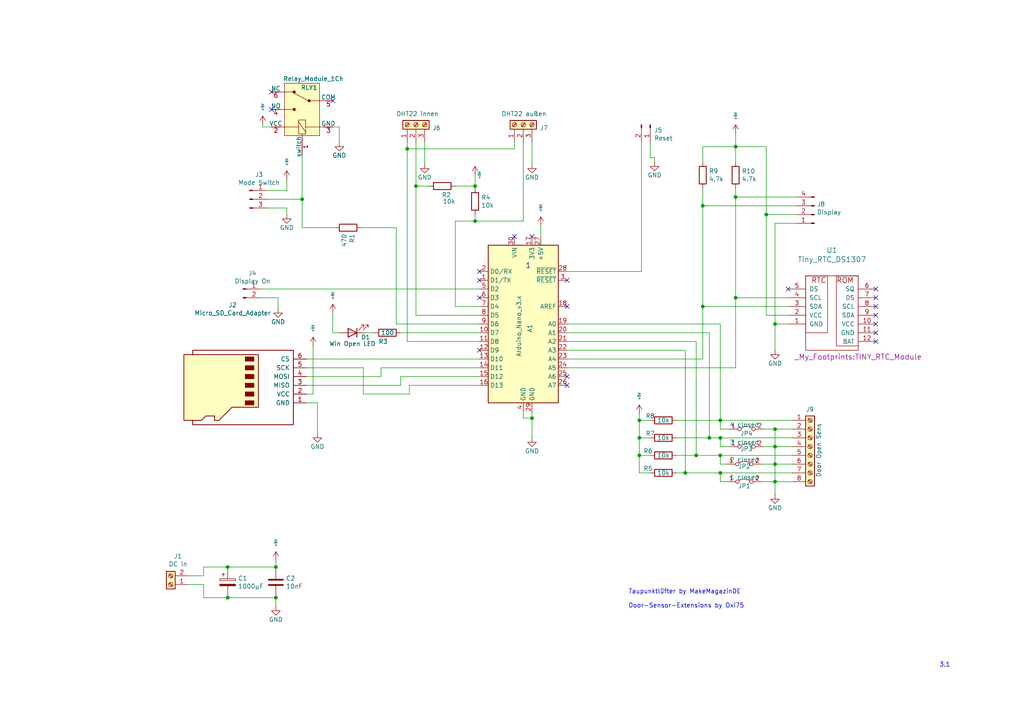
<source format=kicad_sch>
(kicad_sch (version 20211123) (generator eeschema)
  (paper "A4")
  (title_block (date "2022-11-16"))
  (lib_symbols
    (symbol "Connector:Conn_01x02_Male" (pin_names (offset 1.016) hide)
      (property "Reference" "J" (at 0 2.54 0))
      (property "Value" "Conn_01x02_Male" (at 0 -5.08 0))
      (symbol "Conn_01x02_Male_1_1"
        (polyline (pts (xy 1.27 -2.54) (xy 0.8636 -2.54)) (stroke (width 0.1524)))
        (polyline (pts (xy 1.27 0) (xy 0.8636 0)) (stroke (width 0.1524)))
        (rectangle (start 0.8636 -2.413) (end 0 -2.667) (stroke (width 0.1524)) (fill (type outline)))
        (rectangle (start 0.8636 0.127) (end 0 -0.127) (stroke (width 0.1524)) (fill (type outline)))
        (pin passive line (at 5.08 0 180) (length 3.81) (name "Pin_1") (number "1"))
        (pin passive line (at 5.08 -2.54 180) (length 3.81) (name "Pin_2") (number "2"))
      )
    )
    (symbol "Connector:Conn_01x03_Male" (pin_names (offset 1.016) hide)
      (property "Reference" "J" (at 0 5.08 0))
      (property "Value" "Conn_01x03_Male" (at 0 -5.08 0))
      (symbol "Conn_01x03_Male_1_1"
        (polyline (pts (xy 1.27 -2.54) (xy 0.8636 -2.54)) (stroke (width 0.1524)))
        (polyline (pts (xy 1.27 0) (xy 0.8636 0)) (stroke (width 0.1524)))
        (polyline (pts (xy 1.27 2.54) (xy 0.8636 2.54)) (stroke (width 0.1524)))
        (rectangle (start 0.8636 -2.413) (end 0 -2.667) (stroke (width 0.1524)) (fill (type outline)))
        (rectangle (start 0.8636 0.127) (end 0 -0.127) (stroke (width 0.1524)) (fill (type outline)))
        (rectangle (start 0.8636 2.667) (end 0 2.413) (stroke (width 0.1524)) (fill (type outline)))
        (pin passive line (at 5.08 2.54 180) (length 3.81) (name "Pin_1") (number "1"))
        (pin passive line (at 5.08 0 180) (length 3.81) (name "Pin_2") (number "2"))
        (pin passive line (at 5.08 -2.54 180) (length 3.81) (name "Pin_3") (number "3"))
      )
    )
    (symbol "Connector:Conn_01x04_Male" (pin_names (offset 1.016) hide)
      (property "Reference" "J" (at 0 5.08 0))
      (property "Value" "Conn_01x04_Male" (at 0 -7.62 0))
      (symbol "Conn_01x04_Male_1_1"
        (polyline (pts (xy 1.27 -5.08) (xy 0.8636 -5.08)) (stroke (width 0.1524)))
        (polyline (pts (xy 1.27 -2.54) (xy 0.8636 -2.54)) (stroke (width 0.1524)))
        (polyline (pts (xy 1.27 0) (xy 0.8636 0)) (stroke (width 0.1524)))
        (polyline (pts (xy 1.27 2.54) (xy 0.8636 2.54)) (stroke (width 0.1524)))
        (rectangle (start 0.8636 -4.953) (end 0 -5.207) (stroke (width 0.1524)) (fill (type outline)))
        (rectangle (start 0.8636 -2.413) (end 0 -2.667) (stroke (width 0.1524)) (fill (type outline)))
        (rectangle (start 0.8636 0.127) (end 0 -0.127) (stroke (width 0.1524)) (fill (type outline)))
        (rectangle (start 0.8636 2.667) (end 0 2.413) (stroke (width 0.1524)) (fill (type outline)))
        (pin passive line (at 5.08 2.54 180) (length 3.81) (name "Pin_1") (number "1"))
        (pin passive line (at 5.08 0 180) (length 3.81) (name "Pin_2") (number "2"))
        (pin passive line (at 5.08 -2.54 180) (length 3.81) (name "Pin_3") (number "3"))
        (pin passive line (at 5.08 -5.08 180) (length 3.81) (name "Pin_4") (number "4"))
      )
    )
    (symbol "Connector:Screw_Terminal_01x02" (pin_names (offset 1.016) hide)
      (property "Reference" "J" (at 0 2.54 0))
      (property "Value" "Screw_Terminal_01x02" (at 0 -5.08 0))
      (symbol "Screw_Terminal_01x02_1_1"
        (rectangle (start -1.27 1.27) (end 1.27 -3.81) (stroke (width 0.254)) (fill (type background)))
        (circle (center 0 -2.54) (radius 0.635) (stroke (width 0.1524)))
        (polyline (pts (xy -0.5334 -2.2098) (xy 0.3302 -3.048)) (stroke (width 0.1524)))
        (polyline (pts (xy -0.5334 0.3302) (xy 0.3302 -0.508)) (stroke (width 0.1524)))
        (polyline (pts (xy -0.3556 -2.032) (xy 0.508 -2.8702)) (stroke (width 0.1524)))
        (polyline (pts (xy -0.3556 0.508) (xy 0.508 -0.3302)) (stroke (width 0.1524)))
        (circle (center 0 0) (radius 0.635) (stroke (width 0.1524)))
        (pin passive line (at -5.08 0 0) (length 3.81) (name "Pin_1") (number "1"))
        (pin passive line (at -5.08 -2.54 0) (length 3.81) (name "Pin_2") (number "2"))
      )
    )
    (symbol "Connector:Screw_Terminal_01x03" (pin_names (offset 1.016) hide)
      (property "Reference" "J" (at 0 5.08 0))
      (property "Value" "Screw_Terminal_01x03" (at 0 -5.08 0))
      (symbol "Screw_Terminal_01x03_1_1"
        (rectangle (start -1.27 3.81) (end 1.27 -3.81) (stroke (width 0.254)) (fill (type background)))
        (circle (center 0 -2.54) (radius 0.635) (stroke (width 0.1524)))
        (polyline (pts (xy -0.5334 -2.2098) (xy 0.3302 -3.048)) (stroke (width 0.1524)))
        (polyline (pts (xy -0.5334 0.3302) (xy 0.3302 -0.508)) (stroke (width 0.1524)))
        (polyline (pts (xy -0.5334 2.8702) (xy 0.3302 2.032)) (stroke (width 0.1524)))
        (polyline (pts (xy -0.3556 -2.032) (xy 0.508 -2.8702)) (stroke (width 0.1524)))
        (polyline (pts (xy -0.3556 0.508) (xy 0.508 -0.3302)) (stroke (width 0.1524)))
        (polyline (pts (xy -0.3556 3.048) (xy 0.508 2.2098)) (stroke (width 0.1524)))
        (circle (center 0 0) (radius 0.635) (stroke (width 0.1524)))
        (circle (center 0 2.54) (radius 0.635) (stroke (width 0.1524)))
        (pin passive line (at -5.08 2.54 0) (length 3.81) (name "Pin_1") (number "1"))
        (pin passive line (at -5.08 0 0) (length 3.81) (name "Pin_2") (number "2"))
        (pin passive line (at -5.08 -2.54 0) (length 3.81) (name "Pin_3") (number "3"))
      )
    )
    (symbol "Connector:Screw_Terminal_01x08" (pin_names (offset 1.016) hide)
      (property "Reference" "J" (at 0 10.16 0))
      (property "Value" "Screw_Terminal_01x08" (at 0 -12.7 0))
      (symbol "Screw_Terminal_01x08_1_1"
        (rectangle (start -1.27 8.89) (end 1.27 -11.43) (stroke (width 0.254)) (fill (type background)))
        (circle (center 0 -10.16) (radius 0.635) (stroke (width 0.1524)))
        (circle (center 0 -7.62) (radius 0.635) (stroke (width 0.1524)))
        (circle (center 0 -5.08) (radius 0.635) (stroke (width 0.1524)))
        (circle (center 0 -2.54) (radius 0.635) (stroke (width 0.1524)))
        (polyline (pts (xy -0.5334 -9.8298) (xy 0.3302 -10.668)) (stroke (width 0.1524)))
        (polyline (pts (xy -0.5334 -7.2898) (xy 0.3302 -8.128)) (stroke (width 0.1524)))
        (polyline (pts (xy -0.5334 -4.7498) (xy 0.3302 -5.588)) (stroke (width 0.1524)))
        (polyline (pts (xy -0.5334 -2.2098) (xy 0.3302 -3.048)) (stroke (width 0.1524)))
        (polyline (pts (xy -0.5334 0.3302) (xy 0.3302 -0.508)) (stroke (width 0.1524)))
        (polyline (pts (xy -0.5334 2.8702) (xy 0.3302 2.032)) (stroke (width 0.1524)))
        (polyline (pts (xy -0.5334 5.4102) (xy 0.3302 4.572)) (stroke (width 0.1524)))
        (polyline (pts (xy -0.5334 7.9502) (xy 0.3302 7.112)) (stroke (width 0.1524)))
        (polyline (pts (xy -0.3556 -9.652) (xy 0.508 -10.4902)) (stroke (width 0.1524)))
        (polyline (pts (xy -0.3556 -7.112) (xy 0.508 -7.9502)) (stroke (width 0.1524)))
        (polyline (pts (xy -0.3556 -4.572) (xy 0.508 -5.4102)) (stroke (width 0.1524)))
        (polyline (pts (xy -0.3556 -2.032) (xy 0.508 -2.8702)) (stroke (width 0.1524)))
        (polyline (pts (xy -0.3556 0.508) (xy 0.508 -0.3302)) (stroke (width 0.1524)))
        (polyline (pts (xy -0.3556 3.048) (xy 0.508 2.2098)) (stroke (width 0.1524)))
        (polyline (pts (xy -0.3556 5.588) (xy 0.508 4.7498)) (stroke (width 0.1524)))
        (polyline (pts (xy -0.3556 8.128) (xy 0.508 7.2898)) (stroke (width 0.1524)))
        (circle (center 0 0) (radius 0.635) (stroke (width 0.1524)))
        (circle (center 0 2.54) (radius 0.635) (stroke (width 0.1524)))
        (circle (center 0 5.08) (radius 0.635) (stroke (width 0.1524)))
        (circle (center 0 7.62) (radius 0.635) (stroke (width 0.1524)))
        (pin passive line (at -5.08 7.62 0) (length 3.81) (name "Pin_1") (number "1"))
        (pin passive line (at -5.08 5.08 0) (length 3.81) (name "Pin_2") (number "2"))
        (pin passive line (at -5.08 2.54 0) (length 3.81) (name "Pin_3") (number "3"))
        (pin passive line (at -5.08 0 0) (length 3.81) (name "Pin_4") (number "4"))
        (pin passive line (at -5.08 -2.54 0) (length 3.81) (name "Pin_5") (number "5"))
        (pin passive line (at -5.08 -5.08 0) (length 3.81) (name "Pin_6") (number "6"))
        (pin passive line (at -5.08 -7.62 0) (length 3.81) (name "Pin_7") (number "7"))
        (pin passive line (at -5.08 -10.16 0) (length 3.81) (name "Pin_8") (number "8"))
      )
    )
    (symbol "Device:C" (pin_numbers hide) (pin_names (offset 0.254))
      (property "Reference" "C" (at 0.635 2.54 0))
      (property "Value" "C" (at 0.635 -2.54 0))
      (symbol "C_0_1"
        (polyline (pts (xy -2.032 -0.762) (xy 2.032 -0.762)) (stroke (width 0.508)))
        (polyline (pts (xy -2.032 0.762) (xy 2.032 0.762)) (stroke (width 0.508)))
      )
      (symbol "C_1_1"
        (pin passive line (at 0 3.81 270) (length 2.794) (name "~") (number "1"))
        (pin passive line (at 0 -3.81 90) (length 2.794) (name "~") (number "2"))
      )
    )
    (symbol "Device:C_Polarized" (pin_numbers hide) (pin_names (offset 0.254))
      (property "Reference" "C" (at 0.635 2.54 0))
      (property "Value" "C_Polarized" (at 0.635 -2.54 0))
      (symbol "C_Polarized_0_1"
        (rectangle (start -2.286 0.508) (end 2.286 1.016))
        (polyline (pts (xy -1.778 2.286) (xy -0.762 2.286)))
        (polyline (pts (xy -1.27 2.794) (xy -1.27 1.778)))
        (rectangle (start 2.286 -0.508) (end -2.286 -1.016) (fill (type outline)))
      )
      (symbol "C_Polarized_1_1"
        (pin passive line (at 0 3.81 270) (length 2.794) (name "~") (number "1"))
        (pin passive line (at 0 -3.81 90) (length 2.794) (name "~") (number "2"))
      )
    )
    (symbol "Device:LED" (pin_numbers hide) (pin_names (offset 1.016) hide)
      (property "Reference" "D" (at 0 2.54 0))
      (property "Value" "LED" (at 0 -2.54 0))
      (symbol "LED_0_1"
        (polyline (pts (xy -1.27 -1.27) (xy -1.27 1.27)) (stroke (width 0.254)))
        (polyline (pts (xy -1.27 0) (xy 1.27 0)))
        (polyline (pts (xy 1.27 -1.27) (xy 1.27 1.27) (xy -1.27 0) (xy 1.27 -1.27)) (stroke (width 0.254)))
        (polyline (pts (xy -3.048 -0.762) (xy -4.572 -2.286) (xy -3.81 -2.286) (xy -4.572 -2.286) (xy -4.572 -1.524)))
        (polyline (pts (xy -1.778 -0.762) (xy -3.302 -2.286) (xy -2.54 -2.286) (xy -3.302 -2.286) (xy -3.302 -1.524)))
      )
      (symbol "LED_1_1"
        (pin passive line (at -3.81 0 0) (length 2.54) (name "K") (number "1"))
        (pin passive line (at 3.81 0 180) (length 2.54) (name "A") (number "2"))
      )
    )
    (symbol "Device:R" (pin_numbers hide) (pin_names (offset 0))
      (property "Reference" "R" (at 2.032 0 90))
      (property "Value" "R" (at 0 0 90))
      (symbol "R_0_1"
        (rectangle (start -1.016 -2.54) (end 1.016 2.54) (stroke (width 0.254)))
      )
      (symbol "R_1_1"
        (pin passive line (at 0 3.81 270) (length 1.27) (name "~") (number "1"))
        (pin passive line (at 0 -3.81 90) (length 1.27) (name "~") (number "2"))
      )
    )
    (symbol "Jumper:Jumper_2_Bridged" (pin_names (offset 0) hide)
      (property "Reference" "JP" (at 0 1.905 0))
      (property "Value" "Jumper_2_Bridged" (at 0 -2.54 0))
      (symbol "Jumper_2_Bridged_0_0"
        (circle (center -2.032 0) (radius 0.508))
        (circle (center 2.032 0) (radius 0.508))
      )
      (symbol "Jumper_2_Bridged_0_1"
        (arc (start 1.524 0.254) (mid 0 0.762) (end -1.524 0.254))
      )
      (symbol "Jumper_2_Bridged_1_1"
        (pin passive line (at -5.08 0 0) (length 2.54) (name "A") (number "1"))
        (pin passive line (at 5.08 0 180) (length 2.54) (name "B") (number "2"))
      )
    )
    (symbol "MCU_Module:Arduino_Nano_v3.x"
      (property "Reference" "A" (at -10.16 23.495 0))
      (property "Value" "Arduino_Nano_v3.x" (at 5.08 -24.13 0))
      (symbol "Arduino_Nano_v3.x_0_1"
        (rectangle (start -10.16 22.86) (end 10.16 -22.86) (stroke (width 0.254)) (fill (type background)))
      )
      (symbol "Arduino_Nano_v3.x_1_1"
        (pin bidirectional line (at -12.7 12.7 0) (length 2.54) (name "D1/TX") (number "1"))
        (pin bidirectional line (at -12.7 -2.54 0) (length 2.54) (name "D7") (number "10"))
        (pin bidirectional line (at -12.7 -5.08 0) (length 2.54) (name "D8") (number "11"))
        (pin bidirectional line (at -12.7 -7.62 0) (length 2.54) (name "D9") (number "12"))
        (pin bidirectional line (at -12.7 -10.16 0) (length 2.54) (name "D10") (number "13"))
        (pin bidirectional line (at -12.7 -12.7 0) (length 2.54) (name "D11") (number "14"))
        (pin bidirectional line (at -12.7 -15.24 0) (length 2.54) (name "D12") (number "15"))
        (pin bidirectional line (at -12.7 -17.78 0) (length 2.54) (name "D13") (number "16"))
        (pin power_out line (at 2.54 25.4 270) (length 2.54) (name "3V3") (number "17"))
        (pin input line (at 12.7 5.08 180) (length 2.54) (name "AREF") (number "18"))
        (pin bidirectional line (at 12.7 0 180) (length 2.54) (name "A0") (number "19"))
        (pin bidirectional line (at -12.7 15.24 0) (length 2.54) (name "D0/RX") (number "2"))
        (pin bidirectional line (at 12.7 -2.54 180) (length 2.54) (name "A1") (number "20"))
        (pin bidirectional line (at 12.7 -5.08 180) (length 2.54) (name "A2") (number "21"))
        (pin bidirectional line (at 12.7 -7.62 180) (length 2.54) (name "A3") (number "22"))
        (pin bidirectional line (at 12.7 -10.16 180) (length 2.54) (name "A4") (number "23"))
        (pin bidirectional line (at 12.7 -12.7 180) (length 2.54) (name "A5") (number "24"))
        (pin bidirectional line (at 12.7 -15.24 180) (length 2.54) (name "A6") (number "25"))
        (pin bidirectional line (at 12.7 -17.78 180) (length 2.54) (name "A7") (number "26"))
        (pin power_out line (at 5.08 25.4 270) (length 2.54) (name "+5V") (number "27"))
        (pin input line (at 12.7 15.24 180) (length 2.54) (name "~{RESET}") (number "28"))
        (pin power_in line (at 2.54 -25.4 90) (length 2.54) (name "GND") (number "29"))
        (pin input line (at 12.7 12.7 180) (length 2.54) (name "~{RESET}") (number "3"))
        (pin power_in line (at -2.54 25.4 270) (length 2.54) (name "VIN") (number "30"))
        (pin power_in line (at 0 -25.4 90) (length 2.54) (name "GND") (number "4"))
        (pin bidirectional line (at -12.7 10.16 0) (length 2.54) (name "D2") (number "5"))
        (pin bidirectional line (at -12.7 7.62 0) (length 2.54) (name "D3") (number "6"))
        (pin bidirectional line (at -12.7 5.08 0) (length 2.54) (name "D4") (number "7"))
        (pin bidirectional line (at -12.7 2.54 0) (length 2.54) (name "D5") (number "8"))
        (pin bidirectional line (at -12.7 0 0) (length 2.54) (name "D6") (number "9"))
      )
    )
    (symbol "_My_Symbols:Micro_SD_Card_Adapter" (pin_names (offset 1.016))
      (property "Reference" "J" (at -16.51 15.24 0))
      (property "Value" "Micro_SD_Card_Adapter" (at 16.51 15.24 0))
      (symbol "Micro_SD_Card_Adapter_0_1"
        (rectangle (start -7.62 -4.445) (end -5.08 -5.715) (fill (type outline)))
        (rectangle (start -7.62 -1.905) (end -5.08 -3.175) (fill (type outline)))
        (rectangle (start -7.62 0.635) (end -5.08 -0.635) (fill (type outline)))
        (rectangle (start -7.62 3.175) (end -5.08 1.905) (fill (type outline)))
        (rectangle (start -7.62 5.715) (end -5.08 4.445) (fill (type outline)))
        (rectangle (start -7.62 8.255) (end -5.08 6.985) (fill (type outline)))
        (polyline (pts (xy 10.16 12.7) (xy 10.16 13.97) (xy -19.05 13.97) (xy -19.05 -7.62) (xy 10.16 -7.62) (xy 10.16 -6.35)) (stroke (width 0.254)))
        (polyline (pts (xy -8.89 -6.35) (xy -8.89 8.89) (xy -1.27 8.89) (xy 2.54 12.7) (xy 3.81 12.7) (xy 3.81 11.43) (xy 6.35 11.43) (xy 7.62 12.7) (xy 12.7 12.7) (xy 12.7 -6.35) (xy -8.89 -6.35)) (stroke (width 0.254)) (fill (type background)))
      )
      (symbol "Micro_SD_Card_Adapter_1_1"
        (pin power_in line (at -22.86 7.62 0) (length 3.81) (name "GND") (number "1"))
        (pin power_in line (at -22.86 5.08 0) (length 3.81) (name "VCC") (number "2"))
        (pin bidirectional line (at -22.86 2.54 0) (length 3.81) (name "MISO") (number "3"))
        (pin bidirectional line (at -22.86 0 0) (length 3.81) (name "MOSI") (number "4"))
        (pin input line (at -22.86 -2.54 0) (length 3.81) (name "SCK") (number "5"))
        (pin input line (at -22.86 -5.08 0) (length 3.81) (name "CS") (number "6"))
      )
    )
    (symbol "_My_Symbols:Relay_Module_1Ch" (pin_names (offset 0))
      (property "Reference" "RLY" (at 5.715 -3.81 0))
      (property "Value" "Relay_Module_1Ch" (at 11.43 7.62 90))
      (symbol "Relay_Module_1Ch_0_1"
        (rectangle (start -7.62 5.08) (end 7.62 -5.08) (fill (type background)))
        (rectangle (start -7.112 1.016) (end -3.048 -1.016))
        (polyline (pts (xy -8.3058 0) (xy -7.1628 0)))
        (polyline (pts (xy -6.604 -1.016) (xy -3.556 1.016)))
        (polyline (pts (xy -5.08 -6.35) (xy -5.08 -5.08)))
        (polyline (pts (xy -5.08 -5.08) (xy -5.08 -1.016)))
        (polyline (pts (xy -5.08 5.08) (xy -5.08 1.016)))
        (polyline (pts (xy -5.08 6.35) (xy -5.08 5.08)))
        (polyline (pts (xy 0 5.08) (xy 0 2.54)))
        (polyline (pts (xy 0 6.35) (xy 0 5.08)))
        (polyline (pts (xy 2.54 -6.35) (xy 2.54 -5.08)))
        (polyline (pts (xy 2.54 -5.08) (xy 2.54 -2.286)))
        (polyline (pts (xy 2.54 -1.778) (xy 4.826 2.54)))
        (polyline (pts (xy 5.08 5.08) (xy 5.08 2.54)))
        (polyline (pts (xy 5.08 6.35) (xy 5.08 5.08)))
        (circle (center 0 2.286) (radius 0.3556) (fill (type outline)))
        (circle (center 2.54 -2.032) (radius 0.3556) (fill (type outline)))
        (circle (center 5.08 2.286) (radius 0.3556) (fill (type outline)))
      )
      (symbol "Relay_Module_1Ch_1_1"
        (pin input line (at -13.335 0 0) (length 5.08) (name "switch") (number "1"))
        (pin power_in line (at -5.08 8.89 270) (length 2.54) (name "VCC") (number "2"))
        (pin power_in line (at -5.08 -8.89 90) (length 2.54) (name "GND") (number "3"))
        (pin passive line (at 0 8.89 270) (length 2.54) (name "NO") (number "4"))
        (pin passive line (at 2.54 -8.89 90) (length 2.54) (name "COM") (number "5"))
        (pin passive line (at 5.08 8.89 270) (length 2.54) (name "NC") (number "6"))
      )
    )
    (symbol "_My_Symbols:Tiny_RTC_DS1307" (pin_names (offset 1.016))
      (property "Reference" "U" (at 0 15.24 0))
      (property "Value" "Tiny_RTC_DS1307" (at 0 -11.43 0))
      (property "Footprint" "A_Footprints:TINY_RTC_Module" (at 1.27 -13.97 0))
      (symbol "Tiny_RTC_DS1307_0_0"
        (rectangle (start -7.62 12.7) (end 7.62 -8.89))
        (rectangle (start -1.27 12.7) (end -7.62 -3.81))
        (rectangle (start 1.27 12.7) (end 7.62 -7.62))
        (text "ROM" (at 3.81 11.43 0) (effects (font (size 1.524 1.524))))
        (text "RTC" (at -3.81 11.43 0) (effects (font (size 1.524 1.524))))
      )
      (symbol "Tiny_RTC_DS1307_1_1"
        (pin power_in line (at -12.7 -1.27 0) (length 5.08) (name "GND") (number "1"))
        (pin power_in line (at 12.7 -1.27 180) (length 5.08) (name "VCC") (number "10"))
        (pin power_in line (at 12.7 -3.81 180) (length 5.08) (name "GND") (number "11"))
        (pin bidirectional line (at 12.7 -6.35 180) (length 5.08) (name "BAT") (number "12"))
        (pin power_in line (at -12.7 1.27 0) (length 5.08) (name "VCC") (number "2"))
        (pin bidirectional line (at -12.7 3.81 0) (length 5.08) (name "SDA") (number "3"))
        (pin bidirectional line (at -12.7 6.35 0) (length 5.08) (name "SCL") (number "4"))
        (pin bidirectional line (at -12.7 8.89 0) (length 5.08) (name "DS") (number "5"))
        (pin bidirectional line (at 12.7 8.89 180) (length 5.08) (name "SQ") (number "6"))
        (pin bidirectional line (at 12.7 6.35 180) (length 5.08) (name "DS") (number "7"))
        (pin bidirectional line (at 12.7 3.81 180) (length 5.08) (name "SCL") (number "8"))
        (pin bidirectional line (at 12.7 1.27 180) (length 5.08) (name "SDA") (number "9"))
      )
    )
    (symbol "power:+5V" (power) (pin_names (offset 0))
      (property "Value" "+5V" (at 0 3.556 0))
      (symbol "+5V_0_1"
        (polyline (pts (xy -0.762 1.27) (xy 0 2.54)))
        (polyline (pts (xy 0 0) (xy 0 2.54)))
        (polyline (pts (xy 0 2.54) (xy 0.762 1.27)))
      )
      (symbol "+5V_1_1"
        (pin power_in line (at 0 0 90) (length 0) hide (name "+5V") (number "1"))
      )
    )
    (symbol "power:GND" (power) (pin_names (offset 0))
      (property "Value" "GND" (at 0 -3.81 0))
      (symbol "GND_0_1"
        (polyline (pts (xy 0 0) (xy 0 -1.27) (xy 1.27 -1.27) (xy 0 -2.54) (xy -1.27 -1.27) (xy 0 -1.27)))
      )
      (symbol "GND_1_1"
        (pin power_in line (at 0 0 270) (length 0) hide (name "GND") (number "1"))
      )
    )
  )
  (junction (at 66.04 164.465))
  (junction (at 80.01 164.465))
  (junction (at 213.36 57.15))
  (junction (at 222.25 62.23))
  (junction (at 203.835 59.69))
  (junction (at 213.36 42.545))
  (junction (at 224.79 139.7))
  (junction (at 118.11 43.18))
  (junction (at 224.79 134.62))
  (junction (at 80.01 173.355))
  (junction (at 66.04 173.355))
  (junction (at 185.42 121.92))
  (junction (at 213.36 86.36))
  (junction (at 120.65 53.975))
  (junction (at 224.79 124.46))
  (junction (at 208.915 132.08))
  (junction (at 87.63 57.785))
  (junction (at 137.795 53.975))
  (junction (at 208.915 127))
  (junction (at 154.305 121.285))
  (junction (at 224.79 129.54))
  (junction (at 185.42 132.08))
  (junction (at 198.755 137.16))
  (junction (at 203.835 88.9))
  (junction (at 205.74 127))
  (junction (at 137.795 64.135))
  (junction (at 201.93 132.08))
  (junction (at 208.915 137.16))
  (junction (at 224.79 93.98))
  (junction (at 185.42 127))
  (junction (at 208.915 121.92))
  (no_connect (at 254 88.9))
  (no_connect (at 149.225 68.58))
  (no_connect (at 164.465 88.9))
  (no_connect (at 164.465 81.28))
  (no_connect (at 254 86.36))
  (no_connect (at 254 93.98))
  (no_connect (at 78.74 31.75))
  (no_connect (at 96.52 29.21))
  (no_connect (at 139.065 86.36))
  (no_connect (at 164.465 111.76))
  (no_connect (at 254 99.06))
  (no_connect (at 254 83.82))
  (no_connect (at 254 91.44))
  (no_connect (at 254 96.52))
  (no_connect (at 154.305 68.58))
  (no_connect (at 139.065 78.74))
  (no_connect (at 139.065 81.28))
  (no_connect (at 78.74 26.67))
  (no_connect (at 164.465 109.22))
  (no_connect (at 228.6 83.82))
  (no_connect (at 139.065 101.6))
  (wire (pts (xy 208.915 129.54) (xy 208.915 127)))
  (wire (pts (xy 132.08 88.9) (xy 139.065 88.9)))
  (wire (pts (xy 80.01 173.355) (xy 80.01 172.72)))
  (wire (pts (xy 154.305 119.38) (xy 154.305 121.285)))
  (wire (pts (xy 90.805 100.33) (xy 90.805 114.3)))
  (wire (pts (xy 151.765 41.275) (xy 151.765 64.135)))
  (wire (pts (xy 66.04 173.355) (xy 80.01 173.355)))
  (wire (pts (xy 118.11 41.275) (xy 118.11 43.18)))
  (wire (pts (xy 185.42 121.92) (xy 185.42 127)))
  (wire (pts (xy 220.98 139.7) (xy 224.79 139.7)))
  (wire (pts (xy 80.01 175.895) (xy 80.01 173.355)))
  (wire (pts (xy 77.47 55.245) (xy 83.185 55.245)))
  (wire (pts (xy 229.87 139.7) (xy 224.79 139.7)))
  (wire (pts (xy 110.49 109.22) (xy 110.49 106.68)))
  (wire (pts (xy 221.615 124.46) (xy 224.79 124.46)))
  (wire (pts (xy 120.65 53.975) (xy 120.65 91.44)))
  (wire (pts (xy 196.215 127) (xy 205.74 127)))
  (wire (pts (xy 229.87 134.62) (xy 224.79 134.62)))
  (wire (pts (xy 137.795 64.135) (xy 151.765 64.135)))
  (wire (pts (xy 76.2 36.83) (xy 76.2 36.195)))
  (wire (pts (xy 75.565 83.82) (xy 139.065 83.82)))
  (wire (pts (xy 224.79 143.51) (xy 224.79 139.7)))
  (wire (pts (xy 66.04 172.72) (xy 66.04 173.355)))
  (wire (pts (xy 151.765 121.285) (xy 151.765 119.38)))
  (wire (pts (xy 59.055 164.465) (xy 59.055 167.005)))
  (wire (pts (xy 222.25 42.545) (xy 222.25 62.23)))
  (wire (pts (xy 132.08 64.135) (xy 132.08 88.9)))
  (wire (pts (xy 110.49 106.68) (xy 139.065 106.68)))
  (wire (pts (xy 198.755 101.6) (xy 198.755 137.16)))
  (wire (pts (xy 208.915 137.16) (xy 229.87 137.16)))
  (wire (pts (xy 203.835 42.545) (xy 203.835 46.99)))
  (wire (pts (xy 83.185 62.23) (xy 83.185 60.325)))
  (wire (pts (xy 116.205 109.22) (xy 139.065 109.22)))
  (wire (pts (xy 208.915 139.7) (xy 210.82 139.7)))
  (wire (pts (xy 164.465 106.68) (xy 213.36 106.68)))
  (wire (pts (xy 203.835 88.9) (xy 228.6 88.9)))
  (wire (pts (xy 188.595 121.92) (xy 185.42 121.92)))
  (wire (pts (xy 66.04 164.465) (xy 66.04 165.1)))
  (wire (pts (xy 80.645 89.535) (xy 80.645 86.36)))
  (wire (pts (xy 224.79 93.98) (xy 224.79 101.6)))
  (wire (pts (xy 88.9 114.3) (xy 90.805 114.3)))
  (wire (pts (xy 77.47 57.785) (xy 87.63 57.785)))
  (wire (pts (xy 164.465 99.06) (xy 201.93 99.06)))
  (wire (pts (xy 211.455 129.54) (xy 208.915 129.54)))
  (wire (pts (xy 96.52 96.52) (xy 96.52 90.805)))
  (wire (pts (xy 78.74 36.83) (xy 76.2 36.83)))
  (wire (pts (xy 156.845 68.58) (xy 156.845 65.405)))
  (wire (pts (xy 164.465 96.52) (xy 205.74 96.52)))
  (wire (pts (xy 116.205 111.76) (xy 116.205 109.22)))
  (wire (pts (xy 188.595 137.16) (xy 185.42 137.16)))
  (wire (pts (xy 87.63 57.785) (xy 87.63 66.04)))
  (wire (pts (xy 116.205 96.52) (xy 139.065 96.52)))
  (wire (pts (xy 137.795 50.8) (xy 137.795 53.975)))
  (wire (pts (xy 198.755 137.16) (xy 208.915 137.16)))
  (wire (pts (xy 118.745 114.3) (xy 105.41 114.3)))
  (wire (pts (xy 231.14 59.69) (xy 203.835 59.69)))
  (wire (pts (xy 210.82 134.62) (xy 208.915 134.62)))
  (wire (pts (xy 208.915 124.46) (xy 208.915 121.92)))
  (wire (pts (xy 54.61 169.545) (xy 59.055 169.545)))
  (wire (pts (xy 88.9 104.14) (xy 139.065 104.14)))
  (wire (pts (xy 213.36 86.36) (xy 228.6 86.36)))
  (wire (pts (xy 196.215 121.92) (xy 208.915 121.92)))
  (wire (pts (xy 231.14 62.23) (xy 222.25 62.23)))
  (wire (pts (xy 164.465 101.6) (xy 198.755 101.6)))
  (wire (pts (xy 88.9 106.68) (xy 105.41 106.68)))
  (wire (pts (xy 87.63 45.085) (xy 87.63 57.785)))
  (wire (pts (xy 203.835 59.69) (xy 203.835 88.9)))
  (wire (pts (xy 54.61 167.005) (xy 59.055 167.005)))
  (wire (pts (xy 105.41 106.68) (xy 105.41 114.3)))
  (wire (pts (xy 220.98 134.62) (xy 224.79 134.62)))
  (wire (pts (xy 87.63 66.04) (xy 97.155 66.04)))
  (wire (pts (xy 188.595 132.08) (xy 185.42 132.08)))
  (wire (pts (xy 154.305 121.285) (xy 154.305 127)))
  (wire (pts (xy 222.25 91.44) (xy 228.6 91.44)))
  (wire (pts (xy 185.42 120.015) (xy 185.42 121.92)))
  (wire (pts (xy 203.835 54.61) (xy 203.835 59.69)))
  (wire (pts (xy 208.915 121.92) (xy 229.87 121.92)))
  (wire (pts (xy 188.595 41.275) (xy 188.595 45.72)))
  (wire (pts (xy 213.36 42.545) (xy 213.36 38.735)))
  (wire (pts (xy 208.915 132.08) (xy 229.87 132.08)))
  (wire (pts (xy 114.935 66.04) (xy 114.935 93.98)))
  (wire (pts (xy 201.93 132.08) (xy 208.915 132.08)))
  (wire (pts (xy 164.465 93.98) (xy 208.915 93.98)))
  (wire (pts (xy 118.11 99.06) (xy 139.065 99.06)))
  (wire (pts (xy 208.915 134.62) (xy 208.915 132.08)))
  (wire (pts (xy 80.01 164.465) (xy 80.01 162.56)))
  (wire (pts (xy 186.055 41.275) (xy 186.055 78.74)))
  (wire (pts (xy 201.93 99.06) (xy 201.93 132.08)))
  (wire (pts (xy 164.465 104.14) (xy 203.835 104.14)))
  (wire (pts (xy 77.47 60.325) (xy 83.185 60.325)))
  (wire (pts (xy 164.465 78.74) (xy 186.055 78.74)))
  (wire (pts (xy 213.36 42.545) (xy 213.36 46.99)))
  (wire (pts (xy 139.065 93.98) (xy 114.935 93.98)))
  (wire (pts (xy 213.36 86.36) (xy 213.36 106.68)))
  (wire (pts (xy 224.79 64.77) (xy 231.14 64.77)))
  (wire (pts (xy 118.11 43.18) (xy 118.11 99.06)))
  (wire (pts (xy 196.215 137.16) (xy 198.755 137.16)))
  (wire (pts (xy 98.425 36.83) (xy 98.425 41.275)))
  (wire (pts (xy 224.79 134.62) (xy 224.79 129.54)))
  (wire (pts (xy 213.36 57.15) (xy 231.14 57.15)))
  (wire (pts (xy 208.915 127) (xy 229.87 127)))
  (wire (pts (xy 224.79 129.54) (xy 224.79 124.46)))
  (wire (pts (xy 224.79 93.98) (xy 228.6 93.98)))
  (wire (pts (xy 154.305 47.625) (xy 154.305 41.275)))
  (wire (pts (xy 213.36 54.61) (xy 213.36 57.15)))
  (wire (pts (xy 137.795 53.975) (xy 137.795 54.61)))
  (wire (pts (xy 229.87 129.54) (xy 224.79 129.54)))
  (wire (pts (xy 224.79 64.77) (xy 224.79 93.98)))
  (wire (pts (xy 196.215 132.08) (xy 201.93 132.08)))
  (wire (pts (xy 59.055 173.355) (xy 66.04 173.355)))
  (wire (pts (xy 222.25 62.23) (xy 222.25 91.44)))
  (wire (pts (xy 92.075 116.84) (xy 92.075 125.73)))
  (wire (pts (xy 213.36 57.15) (xy 213.36 86.36)))
  (wire (pts (xy 88.9 109.22) (xy 110.49 109.22)))
  (wire (pts (xy 229.87 124.46) (xy 224.79 124.46)))
  (wire (pts (xy 106.045 96.52) (xy 108.585 96.52)))
  (wire (pts (xy 83.185 52.07) (xy 83.185 55.245)))
  (wire (pts (xy 208.915 93.98) (xy 208.915 121.92)))
  (wire (pts (xy 66.04 164.465) (xy 80.01 164.465)))
  (wire (pts (xy 205.74 96.52) (xy 205.74 127)))
  (wire (pts (xy 185.42 137.16) (xy 185.42 132.08)))
  (wire (pts (xy 137.795 62.23) (xy 137.795 64.135)))
  (wire (pts (xy 123.19 41.275) (xy 123.19 47.625)))
  (wire (pts (xy 203.835 88.9) (xy 203.835 104.14)))
  (wire (pts (xy 80.01 164.465) (xy 80.01 165.1)))
  (wire (pts (xy 149.225 41.275) (xy 149.225 43.18)))
  (wire (pts (xy 213.36 42.545) (xy 203.835 42.545)))
  (wire (pts (xy 189.865 46.99) (xy 189.865 45.72)))
  (wire (pts (xy 118.11 43.18) (xy 149.225 43.18)))
  (wire (pts (xy 139.065 111.76) (xy 118.745 111.76)))
  (wire (pts (xy 185.42 132.08) (xy 185.42 127)))
  (wire (pts (xy 208.915 137.16) (xy 208.915 139.7)))
  (wire (pts (xy 188.595 127) (xy 185.42 127)))
  (wire (pts (xy 154.305 121.285) (xy 151.765 121.285)))
  (wire (pts (xy 132.08 64.135) (xy 137.795 64.135)))
  (wire (pts (xy 224.79 134.62) (xy 224.79 139.7)))
  (wire (pts (xy 98.425 96.52) (xy 96.52 96.52)))
  (wire (pts (xy 221.615 129.54) (xy 224.79 129.54)))
  (wire (pts (xy 59.055 169.545) (xy 59.055 173.355)))
  (wire (pts (xy 188.595 45.72) (xy 189.865 45.72)))
  (wire (pts (xy 211.455 124.46) (xy 208.915 124.46)))
  (wire (pts (xy 120.65 53.975) (xy 124.46 53.975)))
  (wire (pts (xy 88.9 111.76) (xy 116.205 111.76)))
  (wire (pts (xy 59.055 164.465) (xy 66.04 164.465)))
  (wire (pts (xy 118.745 111.76) (xy 118.745 114.3)))
  (wire (pts (xy 132.08 53.975) (xy 137.795 53.975)))
  (wire (pts (xy 120.65 41.275) (xy 120.65 53.975)))
  (wire (pts (xy 139.065 91.44) (xy 120.65 91.44)))
  (wire (pts (xy 75.565 86.36) (xy 80.645 86.36)))
  (wire (pts (xy 88.9 116.84) (xy 92.075 116.84)))
  (wire (pts (xy 213.36 42.545) (xy 222.25 42.545)))
  (wire (pts (xy 104.775 66.04) (xy 114.935 66.04)))
  (wire (pts (xy 205.74 127) (xy 208.915 127)))
  (wire (pts (xy 96.52 36.83) (xy 98.425 36.83)))
  (text "3.1" (at 272.415 193.675 0) (effects (font (size 1.27 1.27)) (justify left bottom)))
  (text "1" (at 152.4 78.105 0) (effects (font (size 1.524 1.524)) (justify left bottom)))
  (text "Taupunktlüfter by MakeMagazinDE\n\nDoor-Sensor-Extensions by Oxi75" (at 182.245 176.53 0) (effects (font (size 1.27 1.27)) (justify left bottom)))
  (symbol (lib_id "power:GND") (at 154.305 127 0) (unit 1)
    (property "Reference" "#PWR02" (effects hide))
    (property "Value" "GND" (at 154.305 130.81 0))
  )
  (symbol (lib_id "power:+5V") (at 156.845 65.405 0) (unit 1)
    (property "Reference" "#PWR03" (effects hide))
    (property "Value" "+5V" (at 156.845 60.325 90) (effects (font (size 0.7112 0.7112))))
  )
  (symbol (lib_id "Connector:Screw_Terminal_01x02") (at 49.53 169.545 180) (unit 1)
    (property "Reference" "J1" (at 51.6128 161.29 0))
    (property "Value" "DC in" (at 51.6128 163.6014 0))
    (property "Footprint" "TerminalBlock_RND:TerminalBlock_RND_205-00012_1x02_P5.00mm_Horizontal" (effects hide))
  )
  (symbol (lib_id "Connector:Screw_Terminal_01x03") (at 151.765 36.195 90) (unit 1)
    (property "Reference" "J7" (at 156.5402 37.1094 90) (effects (justify right)))
    (property "Value" "DHT22 außen" (at 145.415 33.02 90) (effects (justify right)))
    (property "Footprint" "TerminalBlock_RND:TerminalBlock_RND_205-00013_1x03_P5.00mm_Horizontal" (effects hide))
  )
  (symbol (lib_id "Connector:Screw_Terminal_01x03") (at 120.65 36.195 90) (unit 1)
    (property "Reference" "J6" (at 125.4252 37.1094 90) (effects (justify right)))
    (property "Value" "DHT22 innen" (at 114.935 33.02 90) (effects (justify right)))
    (property "Footprint" "TerminalBlock_RND:TerminalBlock_RND_205-00013_1x03_P5.00mm_Horizontal" (effects hide))
  )
  (symbol (lib_id "power:GND") (at 80.01 175.895 0) (unit 1)
    (property "Reference" "#PWR0102" (effects hide))
    (property "Value" "GND" (at 80.01 179.705 0))
  )
  (symbol (lib_id "Device:R") (at 137.795 58.42 0) (unit 1)
    (property "Reference" "R4" (at 139.573 57.2516 0) (effects (justify left)))
    (property "Value" "10k" (at 139.573 59.563 0) (effects (justify left)))
    (property "Footprint" "Resistor_THT:R_Axial_DIN0309_L9.0mm_D3.2mm_P12.70mm_Horizontal" (effects hide))
  )
  (symbol (lib_id "Device:R") (at 203.835 50.8 0) (unit 1)
    (property "Reference" "R9" (at 205.613 49.6316 0) (effects (justify left)))
    (property "Value" "4.7k" (at 205.613 51.943 0) (effects (justify left)))
    (property "Footprint" "Resistor_THT:R_Axial_DIN0309_L9.0mm_D3.2mm_P12.70mm_Horizontal" (effects hide))
  )
  (symbol (lib_id "Device:R") (at 213.36 50.8 0) (unit 1)
    (property "Reference" "R10" (at 215.138 49.6316 0) (effects (justify left)))
    (property "Value" "4.7k" (at 215.138 51.943 0) (effects (justify left)))
    (property "Footprint" "Resistor_THT:R_Axial_DIN0309_L9.0mm_D3.2mm_P12.70mm_Horizontal" (effects hide))
  )
  (symbol (lib_id "Device:R") (at 128.27 53.975 90) (unit 1)
    (property "Reference" "R2" (at 130.81 56.515 90) (effects (justify left)))
    (property "Value" "10k" (at 132.08 58.42 90) (effects (justify left)))
    (property "Footprint" "Resistor_THT:R_Axial_DIN0309_L9.0mm_D3.2mm_P12.70mm_Horizontal" (effects hide))
  )
  (symbol (lib_id "Device:C_Polarized") (at 66.04 168.91 0) (unit 1)
    (property "Reference" "C1" (at 69.0372 167.7416 0) (effects (justify left)))
    (property "Value" "1000µF" (at 69.0372 170.053 0) (effects (justify left)))
    (property "Footprint" "Capacitor_THT:CP_Radial_D8.0mm_P5.00mm" (effects hide))
  )
  (symbol (lib_id "power:GND") (at 92.075 125.73 0) (unit 1)
    (property "Reference" "#PWR0103" (effects hide))
    (property "Value" "GND" (at 92.075 129.54 0))
  )
  (symbol (lib_id "power:+5V") (at 90.805 100.33 0) (unit 1)
    (property "Reference" "#PWR0104" (effects hide))
    (property "Value" "+5V" (at 90.805 95.25 90) (effects (font (size 0.7112 0.7112))))
  )
  (symbol (lib_id "Device:C") (at 80.01 168.91 0) (unit 1)
    (property "Reference" "C2" (at 82.931 167.7416 0) (effects (justify left)))
    (property "Value" "10nF" (at 82.931 170.053 0) (effects (justify left)))
    (property "Footprint" "Capacitor_THT:C_Rect_L9.0mm_W2.5mm_P7.50mm_MKT" (effects hide))
  )
  (symbol (lib_id "power:GND") (at 154.305 47.625 0) (unit 1)
    (property "Reference" "#PWR0105" (effects hide))
    (property "Value" "GND" (at 154.305 51.435 0))
  )
  (symbol (lib_id "power:GND") (at 123.19 47.625 0) (unit 1)
    (property "Reference" "#PWR0106" (effects hide))
    (property "Value" "GND" (at 123.19 51.435 0))
  )
  (symbol (lib_id "power:+5V") (at 213.36 38.735 0) (unit 1)
    (property "Reference" "#PWR0107" (effects hide))
    (property "Value" "+5V" (at 213.36 33.655 90) (effects (font (size 0.7112 0.7112))))
  )
  (symbol (lib_id "power:GND") (at 224.79 143.51 0) (unit 1)
    (property "Reference" "#PWR0108" (effects hide))
    (property "Value" "GND" (at 224.79 147.32 0))
  )
  (symbol (lib_id "power:+5V") (at 137.795 50.8 0) (unit 1)
    (property "Reference" "#PWR0109" (effects hide))
    (property "Value" "+5V" (at 139.065 50.8 90) (effects (font (size 0.7112 0.7112))))
  )
  (symbol (lib_id "power:+5V") (at 96.52 90.805 0) (unit 1)
    (property "Reference" "#PWR0114" (effects hide))
    (property "Value" "+5V" (at 96.52 85.725 90) (effects (font (size 0.7112 0.7112))))
  )
  (symbol (lib_id "power:GND") (at 189.865 46.99 0) (unit 1)
    (property "Reference" "#PWR0110" (effects hide))
    (property "Value" "GND" (at 189.865 50.8 0))
  )
  (symbol (lib_id "_My_Symbols:Micro_SD_Card_Adapter") (at 66.04 109.22 180) (unit 1)
    (property "Reference" "J2" (at 67.4878 88.4682 0))
    (property "Value" "Micro_SD_Card_Adapter" (at 67.4878 90.7796 0))
    (property "Footprint" "_My_Footprints:MicroSD-Module_upright" (effects hide))
  )
  (symbol (lib_id "power:GND") (at 80.645 89.535 0) (unit 1)
    (property "Reference" "#PWR0111" (effects hide))
    (property "Value" "GND" (at 80.645 93.345 0))
  )
  (symbol (lib_id "_My_Symbols:Tiny_RTC_DS1307") (at 241.3 92.71 0) (unit 1)
    (property "Reference" "U1" (at 241.3 72.5678 0) (effects (font (size 1.524 1.524))))
    (property "Value" "Tiny_RTC_DS1307" (at 241.3 75.2602 0) (effects (font (size 1.524 1.524))))
    (property "Footprint" "_My_Footprints:TINY_RTC_Module" (at 248.92 103.505 0) (effects (font (size 1.524 1.524))))
  )
  (symbol (lib_id "Connector:Conn_01x02_Male") (at 188.595 36.195 270) (unit 1)
    (property "Reference" "J5" (at 189.7126 37.7698 90) (effects (justify left)))
    (property "Value" "Reset" (at 189.7126 40.0812 90) (effects (justify left)))
    (property "Footprint" "Connector_PinHeader_2.54mm:PinHeader_1x02_P2.54mm_Vertical" (effects hide))
  )
  (symbol (lib_id "Connector:Conn_01x04_Male") (at 236.22 62.23 180) (unit 1)
    (property "Reference" "J8" (at 236.9312 59.2328 0) (effects (justify right)))
    (property "Value" "Display" (at 236.9312 61.5442 0) (effects (justify right)))
    (property "Footprint" "Connector_PinHeader_2.54mm:PinHeader_1x04_P2.54mm_Vertical" (effects hide))
  )
  (symbol (lib_id "Connector:Conn_01x03_Male") (at 72.39 57.785 0) (unit 1)
    (property "Reference" "J3" (at 75.1332 50.6476 0))
    (property "Value" "Mode Switch" (at 75.1332 52.959 0))
    (property "Footprint" "Connector_PinHeader_2.54mm:PinHeader_1x03_P2.54mm_Vertical" (effects hide))
  )
  (symbol (lib_id "Connector:Conn_01x02_Male") (at 70.485 83.82 0) (unit 1)
    (property "Reference" "J4" (at 73.2282 79.2226 0))
    (property "Value" "Display On" (at 73.2282 81.534 0))
    (property "Footprint" "Connector_PinHeader_2.54mm:PinHeader_1x02_P2.54mm_Vertical" (effects hide))
  )
  (symbol (lib_id "Device:R") (at 100.965 66.04 270) (unit 1)
    (property "Reference" "R1" (at 102.1334 67.818 0) (effects (justify left)))
    (property "Value" "470" (at 99.822 67.818 0) (effects (justify left)))
    (property "Footprint" "Resistor_THT:R_Axial_DIN0309_L9.0mm_D3.2mm_P12.70mm_Horizontal" (effects hide))
  )
  (symbol (lib_id "power:+5V") (at 76.2 36.195 0) (unit 1)
    (property "Reference" "#PWR0115" (effects hide))
    (property "Value" "+5V" (at 76.2 31.115 90) (effects (font (size 0.7112 0.7112))))
  )
  (symbol (lib_id "power:+5V") (at 83.185 52.07 0) (unit 1)
    (property "Reference" "#PWR0116" (effects hide))
    (property "Value" "+5V" (at 83.185 46.99 90) (effects (font (size 0.7112 0.7112))))
  )
  (symbol (lib_id "power:GND") (at 98.425 41.275 0) (unit 1)
    (property "Reference" "#PWR0112" (effects hide))
    (property "Value" "GND" (at 98.425 45.085 0))
  )
  (symbol (lib_id "power:GND") (at 83.185 62.23 0) (unit 1)
    (property "Reference" "#PWR0117" (effects hide))
    (property "Value" "GND" (at 83.185 66.04 0))
  )
  (symbol (lib_id "Connector:Screw_Terminal_01x08") (at 234.95 129.54 0) (unit 1)
    (property "Reference" "J9" (at 233.68 118.745 0) (effects (justify left)))
    (property "Value" "Door Open Sens" (at 237.49 138.43 90) (effects (justify left)))
    (property "Footprint" "TerminalBlock_RND:TerminalBlock_RND_205-00018_1x08_P5.00mm_Horizontal" (effects hide))
  )
  (symbol (lib_id "MCU_Module:Arduino_Nano_v3.x") (at 151.765 93.98 0) (unit 1)
    (property "Reference" "A1" (at 153.67 95.25 90))
    (property "Value" "Arduino_Nano_v3.x" (at 150.495 94.615 90))
    (property "Footprint" "Module:Arduino_Nano" (effects hide))
    (property "Datasheet" "http://www.mouser.com/pdfdocs/Gravitech_Arduino_Nano3_0.pdf" (effects hide))
  )
  (symbol (lib_id "_My_Symbols:Relay_Module_1Ch") (at 87.63 31.75 90) (unit 1)
    (property "Reference" "RLY1" (at 92.075 25.4 90) (effects (justify left)))
    (property "Value" "Relay_Module_1Ch" (at 99.695 22.86 90) (effects (justify left)))
    (property "Footprint" "_My_Footprints:Relay_Module_1Ch" (effects hide))
    (property "Category" "Relays" (effects hide))
  )
  (symbol (lib_id "Device:R") (at 192.405 137.16 270) (unit 1)
    (property "Reference" "R5" (at 187.96 135.89 90))
    (property "Value" "10k" (at 192.405 137.16 90))
    (property "Footprint" "Resistor_THT:R_Axial_DIN0309_L9.0mm_D3.2mm_P12.70mm_Horizontal" (effects hide))
  )
  (symbol (lib_id "Device:R") (at 192.405 132.08 270) (unit 1)
    (property "Reference" "R6" (at 187.96 130.81 90))
    (property "Value" "10k" (at 192.405 132.08 90))
    (property "Footprint" "Resistor_THT:R_Axial_DIN0309_L9.0mm_D3.2mm_P12.70mm_Horizontal" (effects hide))
  )
  (symbol (lib_id "Device:R") (at 192.405 127 270) (unit 1)
    (property "Reference" "R7" (at 188.595 125.73 90))
    (property "Value" "10k" (at 192.405 127 90))
    (property "Footprint" "Resistor_THT:R_Axial_DIN0309_L9.0mm_D3.2mm_P12.70mm_Horizontal" (effects hide))
  )
  (symbol (lib_id "Device:R") (at 192.405 121.92 270) (unit 1)
    (property "Reference" "R8" (at 188.595 120.65 90))
    (property "Value" "10k" (at 192.405 121.92 90))
    (property "Footprint" "Resistor_THT:R_Axial_DIN0309_L9.0mm_D3.2mm_P12.70mm_Horizontal" (effects hide))
  )
  (symbol (lib_id "power:+5V") (at 185.42 120.015 0) (unit 1)
    (property "Reference" "#PWR0113" (effects hide))
    (property "Value" "+5V" (at 185.42 114.935 90) (effects (font (size 0.7112 0.7112))))
  )
  (symbol (lib_id "Device:R") (at 112.395 96.52 270) (unit 1)
    (property "Reference" "R3" (at 111.125 99.06 90))
    (property "Value" "100" (at 112.395 96.52 90))
    (property "Footprint" "Resistor_THT:R_Axial_DIN0309_L9.0mm_D3.2mm_P12.70mm_Horizontal" (effects hide))
  )
  (symbol (lib_id "Device:LED") (at 102.235 96.52 180) (unit 1)
    (property "Reference" "D1" (at 106.045 97.79 0))
    (property "Value" "Win Open LED" (at 102.235 99.695 0))
    (property "Footprint" "LED_THT:LED_D5.0mm" (effects hide))
  )
  (symbol (lib_id "power:+5V") (at 80.01 162.56 0) (unit 1)
    (property "Reference" "#PWR0101" (effects hide))
    (property "Value" "+5V" (at 80.01 157.48 90) (effects (font (size 0.7112 0.7112))))
  )
  (symbol (lib_id "Jumper:Jumper_2_Bridged") (at 215.9 139.7 0) (unit 1)
    (property "Reference" "JP1" (at 215.9 140.97 0))
    (property "Value" "1 closed" (at 215.9 138.43 0))
    (property "Footprint" "Connector_PinHeader_2.54mm:PinHeader_1x02_P2.54mm_Vertical" (effects hide))
  )
  (symbol (lib_id "power:GND") (at 224.79 101.6 0) (unit 1)
    (property "Reference" "#PWR0118" (effects hide))
    (property "Value" "GND" (at 224.79 105.41 0))
  )
  (symbol (lib_id "Jumper:Jumper_2_Bridged") (at 215.9 134.62 0) (unit 1)
    (property "Reference" "JP2" (at 215.9 135.255 0))
    (property "Value" "2 closed" (at 215.9 133.35 0))
    (property "Footprint" "Connector_PinHeader_2.54mm:PinHeader_1x02_P2.54mm_Vertical" (effects hide))
  )
  (symbol (lib_id "Jumper:Jumper_2_Bridged") (at 216.535 129.54 0) (unit 1)
    (property "Reference" "JP3" (at 216.535 130.175 0))
    (property "Value" "3 closed" (at 215.9 128.27 0))
    (property "Footprint" "Connector_PinHeader_2.54mm:PinHeader_1x02_P2.54mm_Vertical" (effects hide))
  )
  (symbol (lib_id "Jumper:Jumper_2_Bridged") (at 216.535 124.46 0) (unit 1)
    (property "Reference" "JP4" (at 216.535 125.73 0))
    (property "Value" "4 closed" (at 215.9 123.19 0))
    (property "Footprint" "Connector_PinHeader_2.54mm:PinHeader_1x02_P2.54mm_Vertical" (effects hide))
  )
)
</source>
